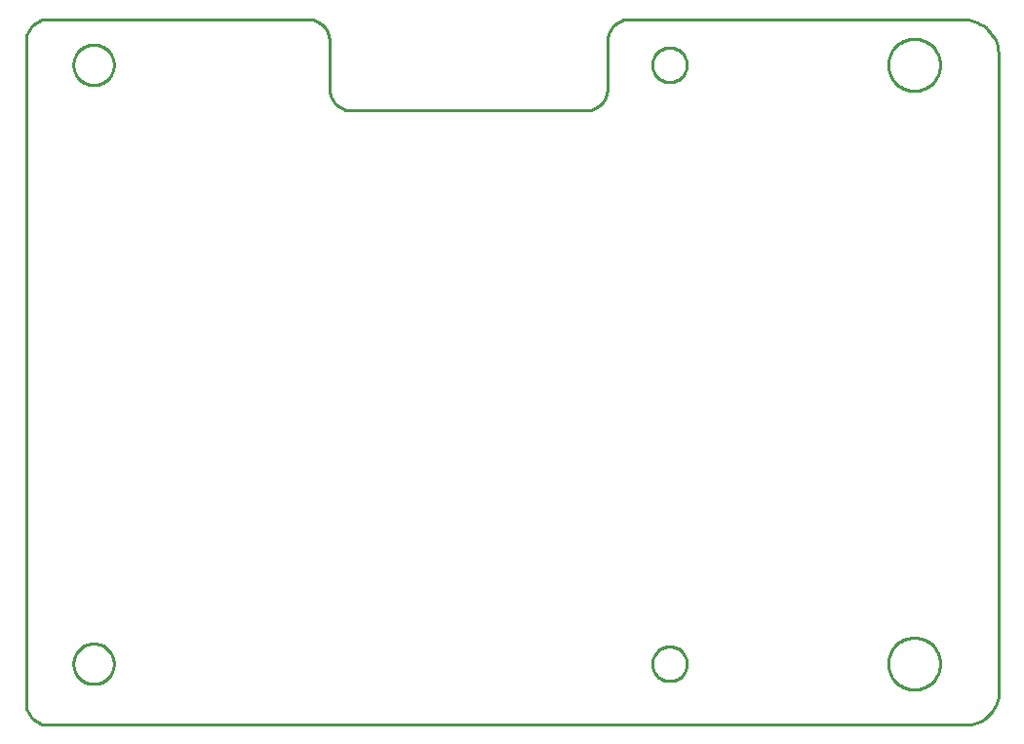
<source format=gbr>
G04 EAGLE Gerber RS-274X export*
G75*
%MOMM*%
%FSLAX34Y34*%
%LPD*%
%IN*%
%IPPOS*%
%AMOC8*
5,1,8,0,0,1.08239X$1,22.5*%
G01*
%ADD10C,0.254000*%


D10*
X107950Y101600D02*
X108023Y99940D01*
X108239Y98292D01*
X108599Y96670D01*
X109099Y95085D01*
X109735Y93549D01*
X110502Y92075D01*
X111395Y90673D01*
X112407Y89355D01*
X113530Y88130D01*
X114755Y87007D01*
X116073Y85995D01*
X117475Y85102D01*
X118949Y84335D01*
X120485Y83699D01*
X122070Y83199D01*
X123692Y82839D01*
X125340Y82623D01*
X127000Y82550D01*
X923925Y82550D01*
X926415Y82659D01*
X928887Y82984D01*
X931321Y83524D01*
X933698Y84273D01*
X936001Y85227D01*
X938213Y86378D01*
X940315Y87718D01*
X942293Y89235D01*
X944131Y90919D01*
X945815Y92757D01*
X947332Y94735D01*
X948672Y96838D01*
X949823Y99049D01*
X950777Y101352D01*
X951526Y103729D01*
X952066Y106163D01*
X952391Y108635D01*
X952500Y111125D01*
X952500Y663575D01*
X952379Y666342D01*
X952018Y669088D01*
X951418Y671793D01*
X950585Y674434D01*
X949525Y676993D01*
X948246Y679450D01*
X946758Y681786D01*
X945072Y683984D01*
X943201Y686026D01*
X941159Y687897D01*
X938961Y689583D01*
X936625Y691071D01*
X934168Y692350D01*
X931609Y693410D01*
X928968Y694243D01*
X926263Y694843D01*
X923517Y695204D01*
X920750Y695325D01*
X631825Y695325D01*
X630165Y695253D01*
X628517Y695036D01*
X626895Y694676D01*
X625310Y694176D01*
X623774Y693540D01*
X622300Y692773D01*
X620898Y691880D01*
X619580Y690868D01*
X618355Y689745D01*
X617232Y688520D01*
X616220Y687202D01*
X615327Y685800D01*
X614560Y684326D01*
X613924Y682790D01*
X613424Y681206D01*
X613064Y679583D01*
X612848Y677935D01*
X612775Y676275D01*
X612775Y635000D01*
X612703Y633340D01*
X612486Y631692D01*
X612126Y630070D01*
X611626Y628485D01*
X610990Y626949D01*
X610223Y625475D01*
X609330Y624073D01*
X608318Y622755D01*
X607195Y621530D01*
X605970Y620407D01*
X604652Y619395D01*
X603250Y618502D01*
X601776Y617735D01*
X600240Y617099D01*
X598656Y616599D01*
X597033Y616239D01*
X595385Y616023D01*
X593725Y615950D01*
X390525Y615950D01*
X388865Y616023D01*
X387217Y616239D01*
X385595Y616599D01*
X384010Y617099D01*
X382474Y617735D01*
X381000Y618502D01*
X379598Y619395D01*
X378280Y620407D01*
X377055Y621530D01*
X375932Y622755D01*
X374920Y624073D01*
X374027Y625475D01*
X373260Y626949D01*
X372624Y628485D01*
X372124Y630070D01*
X371764Y631692D01*
X371548Y633340D01*
X371475Y635000D01*
X371475Y676275D01*
X371403Y677935D01*
X371186Y679583D01*
X370826Y681206D01*
X370326Y682790D01*
X369690Y684326D01*
X368923Y685800D01*
X368030Y687202D01*
X367018Y688520D01*
X365895Y689745D01*
X364670Y690868D01*
X363352Y691880D01*
X361950Y692773D01*
X360476Y693540D01*
X358940Y694176D01*
X357356Y694676D01*
X355733Y695036D01*
X354085Y695253D01*
X352425Y695325D01*
X127000Y695325D01*
X125340Y695253D01*
X123692Y695036D01*
X122070Y694676D01*
X120485Y694176D01*
X118949Y693540D01*
X117475Y692773D01*
X116073Y691880D01*
X114755Y690868D01*
X113530Y689745D01*
X112407Y688520D01*
X111395Y687202D01*
X110502Y685800D01*
X109735Y684326D01*
X109099Y682790D01*
X108599Y681206D01*
X108239Y679583D01*
X108023Y677935D01*
X107950Y676275D01*
X107950Y101600D01*
X901624Y654975D02*
X901554Y653714D01*
X901412Y652459D01*
X901201Y651214D01*
X900920Y649984D01*
X900570Y648770D01*
X900153Y647579D01*
X899670Y646412D01*
X899122Y645274D01*
X898512Y644169D01*
X897840Y643100D01*
X897109Y642071D01*
X896322Y641083D01*
X895481Y640142D01*
X894588Y639249D01*
X893646Y638408D01*
X892659Y637621D01*
X891630Y636890D01*
X890560Y636218D01*
X889455Y635608D01*
X888318Y635060D01*
X887151Y634577D01*
X885960Y634160D01*
X884746Y633810D01*
X883515Y633529D01*
X882271Y633318D01*
X881016Y633176D01*
X879755Y633105D01*
X878493Y633105D01*
X877232Y633176D01*
X875977Y633318D01*
X874733Y633529D01*
X873502Y633810D01*
X872288Y634160D01*
X871097Y634577D01*
X869930Y635060D01*
X868793Y635608D01*
X867688Y636218D01*
X866619Y636890D01*
X865589Y637621D01*
X864602Y638408D01*
X863660Y639249D01*
X862767Y640142D01*
X861926Y641083D01*
X861139Y642071D01*
X860408Y643100D01*
X859736Y644169D01*
X859126Y645274D01*
X858578Y646412D01*
X858095Y647579D01*
X857678Y648770D01*
X857328Y649984D01*
X857047Y651214D01*
X856836Y652459D01*
X856694Y653714D01*
X856624Y654975D01*
X856624Y656237D01*
X856694Y657498D01*
X856836Y658752D01*
X857047Y659997D01*
X857328Y661228D01*
X857678Y662441D01*
X858095Y663633D01*
X858578Y664800D01*
X859126Y665937D01*
X859736Y667042D01*
X860408Y668111D01*
X861139Y669141D01*
X861926Y670128D01*
X862767Y671070D01*
X863660Y671962D01*
X864602Y672804D01*
X865589Y673591D01*
X866619Y674322D01*
X867688Y674993D01*
X868793Y675604D01*
X869930Y676152D01*
X871097Y676635D01*
X872288Y677052D01*
X873502Y677402D01*
X874733Y677683D01*
X875977Y677894D01*
X877232Y678036D01*
X878493Y678106D01*
X879755Y678106D01*
X881016Y678036D01*
X882271Y677894D01*
X883515Y677683D01*
X884746Y677402D01*
X885960Y677052D01*
X887151Y676635D01*
X888318Y676152D01*
X889455Y675604D01*
X890560Y674993D01*
X891630Y674322D01*
X892659Y673591D01*
X893646Y672804D01*
X894588Y671962D01*
X895481Y671070D01*
X896322Y670128D01*
X897109Y669141D01*
X897840Y668111D01*
X898512Y667042D01*
X899122Y665937D01*
X899670Y664800D01*
X900153Y663633D01*
X900570Y662441D01*
X900920Y661228D01*
X901201Y659997D01*
X901412Y658752D01*
X901554Y657498D01*
X901624Y656237D01*
X901624Y654975D01*
X901624Y135035D02*
X901554Y133774D01*
X901412Y132519D01*
X901201Y131274D01*
X900920Y130044D01*
X900570Y128830D01*
X900153Y127639D01*
X899670Y126472D01*
X899122Y125334D01*
X898512Y124229D01*
X897840Y123160D01*
X897109Y122131D01*
X896322Y121143D01*
X895481Y120202D01*
X894588Y119309D01*
X893646Y118468D01*
X892659Y117681D01*
X891630Y116950D01*
X890560Y116278D01*
X889455Y115668D01*
X888318Y115120D01*
X887151Y114637D01*
X885960Y114220D01*
X884746Y113870D01*
X883515Y113589D01*
X882271Y113378D01*
X881016Y113236D01*
X879755Y113165D01*
X878493Y113165D01*
X877232Y113236D01*
X875977Y113378D01*
X874733Y113589D01*
X873502Y113870D01*
X872288Y114220D01*
X871097Y114637D01*
X869930Y115120D01*
X868793Y115668D01*
X867688Y116278D01*
X866619Y116950D01*
X865589Y117681D01*
X864602Y118468D01*
X863660Y119309D01*
X862767Y120202D01*
X861926Y121143D01*
X861139Y122131D01*
X860408Y123160D01*
X859736Y124229D01*
X859126Y125334D01*
X858578Y126472D01*
X858095Y127639D01*
X857678Y128830D01*
X857328Y130044D01*
X857047Y131274D01*
X856836Y132519D01*
X856694Y133774D01*
X856624Y135035D01*
X856624Y136297D01*
X856694Y137558D01*
X856836Y138812D01*
X857047Y140057D01*
X857328Y141288D01*
X857678Y142501D01*
X858095Y143693D01*
X858578Y144860D01*
X859126Y145997D01*
X859736Y147102D01*
X860408Y148171D01*
X861139Y149201D01*
X861926Y150188D01*
X862767Y151130D01*
X863660Y152022D01*
X864602Y152864D01*
X865589Y153651D01*
X866619Y154382D01*
X867688Y155053D01*
X868793Y155664D01*
X869930Y156212D01*
X871097Y156695D01*
X872288Y157112D01*
X873502Y157462D01*
X874733Y157743D01*
X875977Y157954D01*
X877232Y158096D01*
X878493Y158166D01*
X879755Y158166D01*
X881016Y158096D01*
X882271Y157954D01*
X883515Y157743D01*
X884746Y157462D01*
X885960Y157112D01*
X887151Y156695D01*
X888318Y156212D01*
X889455Y155664D01*
X890560Y155053D01*
X891630Y154382D01*
X892659Y153651D01*
X893646Y152864D01*
X894588Y152022D01*
X895481Y151130D01*
X896322Y150188D01*
X897109Y149201D01*
X897840Y148171D01*
X898512Y147102D01*
X899122Y145997D01*
X899670Y144860D01*
X900153Y143693D01*
X900570Y142501D01*
X900920Y141288D01*
X901201Y140057D01*
X901412Y138812D01*
X901554Y137558D01*
X901624Y136297D01*
X901624Y135035D01*
X681774Y135000D02*
X681698Y133931D01*
X681545Y132871D01*
X681317Y131824D01*
X681015Y130796D01*
X680641Y129792D01*
X680196Y128817D01*
X679682Y127877D01*
X679103Y126976D01*
X678461Y126118D01*
X677759Y125308D01*
X677002Y124550D01*
X676192Y123849D01*
X675334Y123207D01*
X674433Y122627D01*
X673493Y122114D01*
X672518Y121669D01*
X671514Y121294D01*
X670486Y120993D01*
X669439Y120765D01*
X668378Y120612D01*
X667310Y120536D01*
X666238Y120536D01*
X665170Y120612D01*
X664109Y120765D01*
X663062Y120993D01*
X662034Y121294D01*
X661030Y121669D01*
X660055Y122114D01*
X659115Y122627D01*
X658214Y123207D01*
X657356Y123849D01*
X656546Y124550D01*
X655789Y125308D01*
X655087Y126118D01*
X654445Y126976D01*
X653866Y127877D01*
X653352Y128817D01*
X652907Y129792D01*
X652533Y130796D01*
X652231Y131824D01*
X652003Y132871D01*
X651850Y133931D01*
X651774Y135000D01*
X651774Y136072D01*
X651850Y137140D01*
X652003Y138201D01*
X652231Y139248D01*
X652533Y140276D01*
X652907Y141280D01*
X653352Y142254D01*
X653866Y143195D01*
X654445Y144096D01*
X655087Y144954D01*
X655789Y145764D01*
X656546Y146521D01*
X657356Y147223D01*
X658214Y147865D01*
X659115Y148444D01*
X660055Y148958D01*
X661030Y149403D01*
X662034Y149777D01*
X663062Y150079D01*
X664109Y150307D01*
X665170Y150459D01*
X666238Y150536D01*
X667310Y150536D01*
X668378Y150459D01*
X669439Y150307D01*
X670486Y150079D01*
X671514Y149777D01*
X672518Y149403D01*
X673493Y148958D01*
X674433Y148444D01*
X675334Y147865D01*
X676192Y147223D01*
X677002Y146521D01*
X677759Y145764D01*
X678461Y144954D01*
X679103Y144096D01*
X679682Y143195D01*
X680196Y142254D01*
X680641Y141280D01*
X681015Y140276D01*
X681317Y139248D01*
X681545Y138201D01*
X681698Y137140D01*
X681774Y136072D01*
X681774Y135000D01*
X681774Y655070D02*
X681698Y654001D01*
X681545Y652941D01*
X681317Y651894D01*
X681015Y650866D01*
X680641Y649862D01*
X680196Y648887D01*
X679682Y647947D01*
X679103Y647046D01*
X678461Y646188D01*
X677759Y645378D01*
X677002Y644620D01*
X676192Y643919D01*
X675334Y643277D01*
X674433Y642697D01*
X673493Y642184D01*
X672518Y641739D01*
X671514Y641364D01*
X670486Y641063D01*
X669439Y640835D01*
X668378Y640682D01*
X667310Y640606D01*
X666238Y640606D01*
X665170Y640682D01*
X664109Y640835D01*
X663062Y641063D01*
X662034Y641364D01*
X661030Y641739D01*
X660055Y642184D01*
X659115Y642697D01*
X658214Y643277D01*
X657356Y643919D01*
X656546Y644620D01*
X655789Y645378D01*
X655087Y646188D01*
X654445Y647046D01*
X653866Y647947D01*
X653352Y648887D01*
X652907Y649862D01*
X652533Y650866D01*
X652231Y651894D01*
X652003Y652941D01*
X651850Y654001D01*
X651774Y655070D01*
X651774Y656142D01*
X651850Y657210D01*
X652003Y658271D01*
X652231Y659318D01*
X652533Y660346D01*
X652907Y661350D01*
X653352Y662324D01*
X653866Y663265D01*
X654445Y664166D01*
X655087Y665024D01*
X655789Y665834D01*
X656546Y666591D01*
X657356Y667293D01*
X658214Y667935D01*
X659115Y668514D01*
X660055Y669028D01*
X661030Y669473D01*
X662034Y669847D01*
X663062Y670149D01*
X664109Y670377D01*
X665170Y670529D01*
X666238Y670606D01*
X667310Y670606D01*
X668378Y670529D01*
X669439Y670377D01*
X670486Y670149D01*
X671514Y669847D01*
X672518Y669473D01*
X673493Y669028D01*
X674433Y668514D01*
X675334Y667935D01*
X676192Y667293D01*
X677002Y666591D01*
X677759Y665834D01*
X678461Y665024D01*
X679103Y664166D01*
X679682Y663265D01*
X680196Y662324D01*
X680641Y661350D01*
X681015Y660346D01*
X681317Y659318D01*
X681545Y658271D01*
X681698Y657210D01*
X681774Y656142D01*
X681774Y655070D01*
X184321Y655031D02*
X184246Y653885D01*
X184096Y652746D01*
X183872Y651619D01*
X183575Y650509D01*
X183206Y649421D01*
X182766Y648360D01*
X182258Y647330D01*
X181683Y646335D01*
X181045Y645379D01*
X180346Y644468D01*
X179588Y643604D01*
X178776Y642792D01*
X177912Y642034D01*
X177001Y641335D01*
X176045Y640696D01*
X175050Y640122D01*
X174020Y639614D01*
X172958Y639174D01*
X171871Y638805D01*
X170761Y638508D01*
X169634Y638283D01*
X168495Y638134D01*
X167348Y638058D01*
X166200Y638058D01*
X165053Y638134D01*
X163914Y638283D01*
X162787Y638508D01*
X161678Y638805D01*
X160590Y639174D01*
X159528Y639614D01*
X158498Y640122D01*
X157503Y640696D01*
X156548Y641335D01*
X155636Y642034D01*
X154772Y642792D01*
X153960Y643604D01*
X153202Y644468D01*
X152503Y645379D01*
X151865Y646335D01*
X151290Y647330D01*
X150782Y648360D01*
X150342Y649421D01*
X149973Y650509D01*
X149676Y651619D01*
X149452Y652746D01*
X149302Y653885D01*
X149227Y655031D01*
X149227Y656180D01*
X149302Y657327D01*
X149452Y658466D01*
X149676Y659593D01*
X149973Y660702D01*
X150342Y661790D01*
X150782Y662852D01*
X151290Y663882D01*
X151865Y664877D01*
X152503Y665832D01*
X153202Y666744D01*
X153960Y667608D01*
X154772Y668420D01*
X155636Y669177D01*
X156548Y669877D01*
X157503Y670515D01*
X158498Y671090D01*
X159528Y671598D01*
X160590Y672037D01*
X161678Y672407D01*
X162787Y672704D01*
X163914Y672928D01*
X165053Y673078D01*
X166200Y673153D01*
X167348Y673153D01*
X168495Y673078D01*
X169634Y672928D01*
X170761Y672704D01*
X171871Y672407D01*
X172958Y672037D01*
X174020Y671598D01*
X175050Y671090D01*
X176045Y670515D01*
X177001Y669877D01*
X177912Y669177D01*
X178776Y668420D01*
X179588Y667608D01*
X180346Y666744D01*
X181045Y665832D01*
X181683Y664877D01*
X182258Y663882D01*
X182766Y662852D01*
X183206Y661790D01*
X183575Y660702D01*
X183872Y659593D01*
X184096Y658466D01*
X184246Y657327D01*
X184321Y656180D01*
X184321Y655031D01*
X184321Y134961D02*
X184246Y133815D01*
X184096Y132676D01*
X183872Y131549D01*
X183575Y130439D01*
X183206Y129351D01*
X182766Y128290D01*
X182258Y127260D01*
X181683Y126265D01*
X181045Y125309D01*
X180346Y124398D01*
X179588Y123534D01*
X178776Y122722D01*
X177912Y121964D01*
X177001Y121265D01*
X176045Y120626D01*
X175050Y120052D01*
X174020Y119544D01*
X172958Y119104D01*
X171871Y118735D01*
X170761Y118438D01*
X169634Y118213D01*
X168495Y118064D01*
X167348Y117988D01*
X166200Y117988D01*
X165053Y118064D01*
X163914Y118213D01*
X162787Y118438D01*
X161678Y118735D01*
X160590Y119104D01*
X159528Y119544D01*
X158498Y120052D01*
X157503Y120626D01*
X156548Y121265D01*
X155636Y121964D01*
X154772Y122722D01*
X153960Y123534D01*
X153202Y124398D01*
X152503Y125309D01*
X151865Y126265D01*
X151290Y127260D01*
X150782Y128290D01*
X150342Y129351D01*
X149973Y130439D01*
X149676Y131549D01*
X149452Y132676D01*
X149302Y133815D01*
X149227Y134961D01*
X149227Y136110D01*
X149302Y137257D01*
X149452Y138396D01*
X149676Y139523D01*
X149973Y140632D01*
X150342Y141720D01*
X150782Y142782D01*
X151290Y143812D01*
X151865Y144807D01*
X152503Y145762D01*
X153202Y146674D01*
X153960Y147538D01*
X154772Y148350D01*
X155636Y149107D01*
X156548Y149807D01*
X157503Y150445D01*
X158498Y151020D01*
X159528Y151528D01*
X160590Y151967D01*
X161678Y152337D01*
X162787Y152634D01*
X163914Y152858D01*
X165053Y153008D01*
X166200Y153083D01*
X167348Y153083D01*
X168495Y153008D01*
X169634Y152858D01*
X170761Y152634D01*
X171871Y152337D01*
X172958Y151967D01*
X174020Y151528D01*
X175050Y151020D01*
X176045Y150445D01*
X177001Y149807D01*
X177912Y149107D01*
X178776Y148350D01*
X179588Y147538D01*
X180346Y146674D01*
X181045Y145762D01*
X181683Y144807D01*
X182258Y143812D01*
X182766Y142782D01*
X183206Y141720D01*
X183575Y140632D01*
X183872Y139523D01*
X184096Y138396D01*
X184246Y137257D01*
X184321Y136110D01*
X184321Y134961D01*
M02*

</source>
